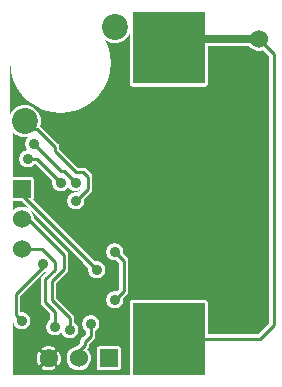
<source format=gtl>
G04 start of page 2 for group 0 idx 0 *
G04 Title: (unknown), component *
G04 Creator: pcb 20091103 *
G04 CreationDate: Wed May  9 21:08:20 2012 UTC *
G04 For: markrages *
G04 Format: Gerber/RS-274X *
G04 PCB-Dimensions: 315000 325000 *
G04 PCB-Coordinate-Origin: lower left *
%MOIN*%
%FSLAX25Y25*%
%LNFRONT*%
%ADD11C,0.0200*%
%ADD12C,0.0100*%
%ADD13C,0.0250*%
%ADD14C,0.0866*%
%ADD15C,0.0600*%
%ADD16C,0.0360*%
%ADD17C,0.0394*%
%ADD18C,0.0380*%
%ADD19C,0.0350*%
%ADD20C,0.1270*%
%ADD21C,0.3150*%
G54D11*G36*
X114972Y122868D02*X115450Y122390D01*
Y120380D01*
X115168Y120183D01*
X114972Y119987D01*
Y122868D01*
G37*
G36*
X125000Y139000D02*Y112194D01*
X124293Y111487D01*
X123615Y111306D01*
X122975Y111007D01*
X122397Y110602D01*
X121898Y110103D01*
X121493Y109525D01*
X121194Y108885D01*
X121012Y108203D01*
X120950Y107500D01*
X121012Y106797D01*
X121194Y106115D01*
X121493Y105475D01*
X121898Y104897D01*
X122397Y104398D01*
X122975Y103993D01*
X123615Y103694D01*
X124297Y103512D01*
X125000Y103450D01*
Y102000D01*
X118317D01*
Y105408D01*
X118346Y105417D01*
X118426Y105460D01*
X118498Y105516D01*
X118560Y105584D01*
X118608Y105662D01*
X118755Y105983D01*
X118873Y106316D01*
X118961Y106658D01*
X119019Y107007D01*
X119047Y107359D01*
X119044Y107712D01*
X119010Y108064D01*
X118946Y108412D01*
X118851Y108752D01*
X118728Y109083D01*
X118575Y109402D01*
X118576Y109401D01*
X118526Y109478D01*
X118464Y109545D01*
X118391Y109600D01*
X118317Y109638D01*
Y115482D01*
X118425Y115532D01*
X118832Y115817D01*
X119183Y116168D01*
X119256Y116272D01*
X119322Y116025D01*
X119532Y115575D01*
X119817Y115168D01*
X120168Y114817D01*
X120575Y114532D01*
X121025Y114322D01*
X121505Y114193D01*
X122000Y114150D01*
X122495Y114193D01*
X122975Y114322D01*
X123425Y114532D01*
X123832Y114817D01*
X124183Y115168D01*
X124468Y115575D01*
X124678Y116025D01*
X124807Y116505D01*
X124850Y117000D01*
X124807Y117495D01*
X124678Y117975D01*
X124468Y118425D01*
X124183Y118832D01*
X123832Y119183D01*
X123550Y119380D01*
Y120863D01*
X123545Y120920D01*
Y120999D01*
X123531Y121081D01*
X123526Y121132D01*
X123513Y121180D01*
X123498Y121265D01*
X123472Y121335D01*
X123457Y121393D01*
X123430Y121451D01*
X123405Y121519D01*
X123367Y121585D01*
X123342Y121638D01*
X123310Y121683D01*
X123270Y121753D01*
X123218Y121815D01*
X123187Y121859D01*
X123149Y121897D01*
X123096Y121960D01*
X118317Y126739D01*
Y133295D01*
X121096Y136074D01*
X121097Y136073D01*
X121155Y136142D01*
X121187Y136174D01*
X121213Y136211D01*
X121271Y136280D01*
X121315Y136357D01*
X121342Y136395D01*
X121362Y136438D01*
X121406Y136514D01*
X121436Y136595D01*
X121457Y136640D01*
X121470Y136688D01*
X121499Y136768D01*
X121514Y136854D01*
X121526Y136901D01*
X121530Y136950D01*
X121545Y137035D01*
Y137115D01*
X121550Y137170D01*
Y139000D01*
X125000D01*
G37*
G36*
X118317Y126739D02*X117507Y127549D01*
Y132485D01*
X118317Y133295D01*
Y126739D01*
G37*
G36*
Y102000D02*X114972D01*
Y103454D01*
X115211Y103456D01*
X115563Y103490D01*
X115911Y103554D01*
X116251Y103649D01*
X116582Y103772D01*
X116901Y103925D01*
X116900Y103924D01*
X116977Y103974D01*
X117044Y104036D01*
X117099Y104109D01*
X117141Y104191D01*
X117168Y104278D01*
X117179Y104369D01*
X117174Y104460D01*
X117154Y104550D01*
X117118Y104634D01*
X117068Y104711D01*
X117006Y104778D01*
X116933Y104833D01*
X116851Y104875D01*
X116764Y104902D01*
X116673Y104913D01*
X116582Y104908D01*
X116492Y104888D01*
X116408Y104852D01*
X116172Y104739D01*
X115927Y104647D01*
X115674Y104577D01*
X115417Y104530D01*
X115157Y104505D01*
X114972Y104503D01*
Y110497D01*
X115104Y110499D01*
X115365Y110478D01*
X115623Y110435D01*
X115877Y110369D01*
X116123Y110282D01*
X116361Y110174D01*
X116362Y110173D01*
X116447Y110139D01*
X116536Y110120D01*
X116628Y110117D01*
X116719Y110130D01*
X116806Y110158D01*
X116886Y110201D01*
X116958Y110257D01*
X117020Y110325D01*
X117068Y110403D01*
X117102Y110488D01*
X117121Y110577D01*
X117124Y110669D01*
X117111Y110760D01*
X117083Y110847D01*
X117040Y110927D01*
X116984Y110999D01*
X116916Y111061D01*
X116838Y111109D01*
X116517Y111256D01*
X116184Y111374D01*
X115842Y111462D01*
X115493Y111520D01*
X115141Y111548D01*
X114972Y111547D01*
Y116013D01*
X115168Y115817D01*
X115575Y115532D01*
X116025Y115322D01*
X116505Y115193D01*
X117000Y115150D01*
X117495Y115193D01*
X117975Y115322D01*
X118317Y115482D01*
Y109638D01*
X118309Y109642D01*
X118222Y109669D01*
X118131Y109680D01*
X118040Y109675D01*
X117950Y109655D01*
X117866Y109619D01*
X117789Y109569D01*
X117722Y109507D01*
X117667Y109434D01*
X117625Y109352D01*
X117598Y109265D01*
X117587Y109174D01*
X117592Y109083D01*
X117612Y108993D01*
X117648Y108909D01*
X117761Y108673D01*
X117853Y108428D01*
X117923Y108175D01*
X117970Y107918D01*
X117995Y107658D01*
X117998Y107396D01*
X117977Y107135D01*
X117934Y106877D01*
X117868Y106623D01*
X117781Y106377D01*
X117673Y106139D01*
X117672Y106138D01*
X117638Y106053D01*
X117619Y105964D01*
X117616Y105872D01*
X117629Y105781D01*
X117657Y105694D01*
X117700Y105614D01*
X117756Y105542D01*
X117824Y105480D01*
X117902Y105432D01*
X117987Y105398D01*
X118076Y105379D01*
X118168Y105376D01*
X118259Y105389D01*
X118317Y105408D01*
Y102000D01*
G37*
G36*
X114972D02*X111682D01*
Y105363D01*
X111690Y105359D01*
X111777Y105332D01*
X111868Y105321D01*
X111959Y105326D01*
X112049Y105346D01*
X112133Y105382D01*
X112210Y105432D01*
X112277Y105494D01*
X112332Y105567D01*
X112374Y105649D01*
X112401Y105736D01*
X112412Y105827D01*
X112407Y105918D01*
X112387Y106008D01*
X112351Y106092D01*
X112238Y106328D01*
X112146Y106573D01*
X112076Y106826D01*
X112029Y107083D01*
X112004Y107343D01*
X112001Y107605D01*
X112022Y107866D01*
X112065Y108124D01*
X112131Y108378D01*
X112218Y108624D01*
X112326Y108862D01*
X112327Y108863D01*
X112361Y108948D01*
X112380Y109037D01*
X112383Y109129D01*
X112370Y109220D01*
X112342Y109307D01*
X112299Y109387D01*
X112243Y109459D01*
X112175Y109521D01*
X112097Y109569D01*
X112012Y109603D01*
X111923Y109622D01*
X111831Y109625D01*
X111740Y109612D01*
X111682Y109593D01*
Y134490D01*
X113375Y136183D01*
X113495Y136193D01*
X113975Y136322D01*
X114262Y136456D01*
X112774Y134968D01*
X112775Y134967D01*
X112728Y134911D01*
X112684Y134867D01*
X112649Y134817D01*
X112601Y134760D01*
X112564Y134696D01*
X112529Y134646D01*
X112501Y134587D01*
X112466Y134526D01*
X112443Y134464D01*
X112414Y134401D01*
X112396Y134333D01*
X112374Y134272D01*
X112362Y134205D01*
X112345Y134140D01*
X112339Y134076D01*
X112327Y134006D01*
Y133938D01*
X112321Y133871D01*
Y126162D01*
X112326Y126106D01*
Y126028D01*
X112340Y125947D01*
X112345Y125893D01*
X112359Y125839D01*
X112373Y125761D01*
X112398Y125692D01*
X112414Y125632D01*
X112439Y125579D01*
X112465Y125507D01*
X112507Y125433D01*
X112529Y125387D01*
X112558Y125345D01*
X112600Y125273D01*
X112653Y125209D01*
X112684Y125166D01*
X112721Y125129D01*
X112774Y125066D01*
X114972Y122868D01*
Y119987D01*
X114817Y119832D01*
X114532Y119425D01*
X114322Y118975D01*
X114193Y118495D01*
X114150Y118000D01*
X114193Y117505D01*
X114322Y117025D01*
X114532Y116575D01*
X114817Y116168D01*
X114972Y116013D01*
Y111547D01*
X114788Y111545D01*
X114436Y111511D01*
X114088Y111447D01*
X113748Y111352D01*
X113417Y111229D01*
X113098Y111076D01*
X113099Y111077D01*
X113022Y111027D01*
X112955Y110965D01*
X112900Y110892D01*
X112858Y110810D01*
X112831Y110723D01*
X112820Y110632D01*
X112825Y110541D01*
X112845Y110451D01*
X112881Y110367D01*
X112931Y110290D01*
X112993Y110223D01*
X113066Y110168D01*
X113148Y110126D01*
X113235Y110099D01*
X113326Y110088D01*
X113417Y110093D01*
X113507Y110113D01*
X113591Y110149D01*
X113827Y110262D01*
X114072Y110354D01*
X114325Y110424D01*
X114582Y110471D01*
X114842Y110496D01*
X114972Y110497D01*
Y104503D01*
X114895Y104502D01*
X114634Y104523D01*
X114376Y104566D01*
X114122Y104632D01*
X113876Y104719D01*
X113638Y104827D01*
X113637Y104828D01*
X113552Y104862D01*
X113463Y104881D01*
X113371Y104884D01*
X113280Y104871D01*
X113193Y104843D01*
X113113Y104800D01*
X113041Y104744D01*
X112979Y104676D01*
X112931Y104598D01*
X112897Y104513D01*
X112878Y104424D01*
X112875Y104332D01*
X112888Y104241D01*
X112916Y104154D01*
X112959Y104074D01*
X113015Y104002D01*
X113083Y103940D01*
X113161Y103892D01*
X113482Y103745D01*
X113815Y103627D01*
X114157Y103539D01*
X114506Y103481D01*
X114858Y103453D01*
X114972Y103454D01*
Y102000D01*
G37*
G36*
X111682D02*X103000D01*
Y120807D01*
X103218Y120589D01*
X103193Y120495D01*
X103150Y120000D01*
X103193Y119505D01*
X103322Y119025D01*
X103532Y118575D01*
X103817Y118168D01*
X104168Y117817D01*
X104575Y117532D01*
X105025Y117322D01*
X105505Y117193D01*
X106000Y117150D01*
X106495Y117193D01*
X106975Y117322D01*
X107425Y117532D01*
X107832Y117817D01*
X108183Y118168D01*
X108468Y118575D01*
X108678Y119025D01*
X108807Y119505D01*
X108850Y120000D01*
X108807Y120495D01*
X108678Y120975D01*
X108468Y121425D01*
X108183Y121832D01*
X107832Y122183D01*
X107425Y122468D01*
X106975Y122678D01*
X106495Y122807D01*
X106000Y122850D01*
X105550Y122811D01*
Y128358D01*
X111682Y134490D01*
Y109593D01*
X111653Y109584D01*
X111573Y109541D01*
X111501Y109485D01*
X111439Y109417D01*
X111391Y109339D01*
X111244Y109018D01*
X111126Y108685D01*
X111038Y108343D01*
X110980Y107994D01*
X110952Y107642D01*
X110955Y107289D01*
X110989Y106937D01*
X111053Y106589D01*
X111148Y106249D01*
X111271Y105918D01*
X111424Y105599D01*
X111423Y105600D01*
X111473Y105523D01*
X111535Y105456D01*
X111608Y105401D01*
X111682Y105363D01*
Y102000D01*
G37*
G36*
X155000Y198044D02*X166949D01*
X167131Y198060D01*
X167308Y198107D01*
X167474Y198185D01*
X167624Y198290D01*
X167753Y198419D01*
X167858Y198569D01*
X167936Y198735D01*
X167983Y198912D01*
X167999Y199094D01*
Y211700D01*
X181686D01*
X181898Y211397D01*
X182397Y210898D01*
X182975Y210493D01*
X183615Y210194D01*
X184297Y210012D01*
X185000Y209950D01*
X185703Y210012D01*
X186385Y210194D01*
X186540Y210267D01*
X188588Y208219D01*
Y119326D01*
X184769Y115507D01*
X167999D01*
Y125906D01*
X167983Y126088D01*
X167936Y126265D01*
X167858Y126431D01*
X167753Y126581D01*
X167624Y126710D01*
X167474Y126815D01*
X167308Y126893D01*
X167131Y126940D01*
X166949Y126956D01*
X155000D01*
Y149501D01*
X166949D01*
X167131Y149517D01*
X167308Y149564D01*
X167474Y149642D01*
X167624Y149747D01*
X167753Y149876D01*
X167858Y150026D01*
X167936Y150192D01*
X167983Y150369D01*
X167999Y150551D01*
Y174449D01*
X167983Y174631D01*
X167936Y174808D01*
X167858Y174974D01*
X167753Y175124D01*
X167624Y175253D01*
X167474Y175358D01*
X167308Y175436D01*
X167131Y175483D01*
X166949Y175499D01*
X155000D01*
Y198044D01*
G37*
G36*
X114972Y122868D02*X115450Y122390D01*
Y120380D01*
X115168Y120183D01*
X114972Y119987D01*
Y122868D01*
G37*
G36*
X135000Y140985D02*X135168Y140817D01*
X135575Y140532D01*
X136025Y140322D01*
X136505Y140193D01*
X137000Y140150D01*
X137495Y140193D01*
X137589Y140218D01*
X138450Y139357D01*
Y130644D01*
X137588Y129782D01*
X137495Y129807D01*
X137000Y129850D01*
X136505Y129807D01*
X136025Y129678D01*
X135575Y129468D01*
X135168Y129183D01*
X135000Y129015D01*
Y140985D01*
G37*
G36*
X142001Y103000D02*X135000D01*
Y103450D01*
X138000D01*
X138182Y103466D01*
X138359Y103513D01*
X138525Y103591D01*
X138675Y103696D01*
X138804Y103825D01*
X138909Y103975D01*
X138987Y104141D01*
X139034Y104318D01*
X139050Y104500D01*
Y110500D01*
X139034Y110682D01*
X138987Y110859D01*
X138909Y111025D01*
X138804Y111175D01*
X138675Y111304D01*
X138525Y111409D01*
X138359Y111487D01*
X138182Y111534D01*
X138000Y111550D01*
X135000D01*
Y124985D01*
X135168Y124817D01*
X135575Y124532D01*
X136025Y124322D01*
X136505Y124193D01*
X137000Y124150D01*
X137495Y124193D01*
X137975Y124322D01*
X138425Y124532D01*
X138832Y124817D01*
X139183Y125168D01*
X139468Y125575D01*
X139678Y126025D01*
X139807Y126505D01*
X139850Y127000D01*
X139807Y127495D01*
X139782Y127590D01*
X141096Y128904D01*
X141097Y128903D01*
X141155Y128972D01*
X141187Y129004D01*
X141213Y129041D01*
X141271Y129110D01*
X141316Y129188D01*
X141342Y129225D01*
X141362Y129268D01*
X141406Y129344D01*
X141435Y129423D01*
X141457Y129470D01*
X141469Y129517D01*
X141499Y129598D01*
X141514Y129687D01*
X141526Y129731D01*
X141531Y129782D01*
X141545Y129865D01*
Y129944D01*
X141550Y130000D01*
Y140000D01*
X141545Y140057D01*
Y140136D01*
X141531Y140218D01*
X141526Y140269D01*
X141513Y140317D01*
X141498Y140402D01*
X141472Y140472D01*
X141457Y140530D01*
X141430Y140588D01*
X141405Y140656D01*
X141367Y140722D01*
X141342Y140775D01*
X141310Y140820D01*
X141270Y140890D01*
X141218Y140952D01*
X141187Y140996D01*
X141149Y141034D01*
X141096Y141097D01*
X139782Y142411D01*
X139807Y142505D01*
X139850Y143000D01*
X139807Y143495D01*
X139678Y143975D01*
X139468Y144425D01*
X139183Y144832D01*
X138832Y145183D01*
X138425Y145468D01*
X137975Y145678D01*
X137495Y145807D01*
X137000Y145850D01*
X136505Y145807D01*
X136025Y145678D01*
X135575Y145468D01*
X135168Y145183D01*
X135000Y145015D01*
Y201049D01*
X135545Y203083D01*
X135800Y206000D01*
X135545Y208917D01*
X135000Y210951D01*
Y213018D01*
X135160Y212944D01*
X136066Y212701D01*
X137000Y212619D01*
X137934Y212701D01*
X138840Y212944D01*
X139691Y213340D01*
X140459Y213878D01*
X141122Y214541D01*
X141660Y215309D01*
X142001Y216042D01*
Y199094D01*
X142017Y198912D01*
X142064Y198735D01*
X142142Y198569D01*
X142247Y198419D01*
X142376Y198290D01*
X142526Y198185D01*
X142692Y198107D01*
X142869Y198060D01*
X143051Y198044D01*
X155000D01*
Y175499D01*
X143051D01*
X142869Y175483D01*
X142692Y175436D01*
X142526Y175358D01*
X142376Y175253D01*
X142247Y175124D01*
X142142Y174974D01*
X142064Y174808D01*
X142017Y174631D01*
X142001Y174449D01*
Y150551D01*
X142017Y150369D01*
X142064Y150192D01*
X142142Y150026D01*
X142247Y149876D01*
X142376Y149747D01*
X142526Y149642D01*
X142692Y149564D01*
X142869Y149517D01*
X143051Y149501D01*
X155000D01*
Y126956D01*
X143051D01*
X142869Y126940D01*
X142692Y126893D01*
X142526Y126815D01*
X142376Y126710D01*
X142247Y126581D01*
X142142Y126431D01*
X142064Y126265D01*
X142017Y126088D01*
X142001Y125906D01*
Y103000D01*
G37*
G36*
X135000Y210951D02*X134787Y211746D01*
X133915Y213616D01*
X134309Y213340D01*
X135000Y213018D01*
Y210951D01*
G37*
G36*
X126400Y117858D02*X126532Y117575D01*
X126817Y117168D01*
X127168Y116817D01*
X127450Y116620D01*
Y115644D01*
X126400Y114594D01*
Y117858D01*
G37*
G36*
X135000Y103000D02*X126400D01*
Y103701D01*
X127025Y103993D01*
X127603Y104398D01*
X128102Y104897D01*
X128507Y105475D01*
X128806Y106115D01*
X128988Y106797D01*
X129050Y107500D01*
X128988Y108203D01*
X128806Y108885D01*
X128507Y109525D01*
X128102Y110103D01*
X127698Y110507D01*
X128096Y110904D01*
X128097Y110903D01*
X128155Y110972D01*
X128187Y111004D01*
X128213Y111041D01*
X128271Y111110D01*
X128315Y111187D01*
X128342Y111225D01*
X128362Y111268D01*
X128406Y111344D01*
X128436Y111425D01*
X128457Y111470D01*
X128470Y111518D01*
X128499Y111598D01*
X128514Y111684D01*
X128526Y111731D01*
X128530Y111780D01*
X128545Y111865D01*
Y111945D01*
X128550Y112000D01*
Y112358D01*
X130096Y113904D01*
X130097Y113903D01*
X130155Y113972D01*
X130187Y114004D01*
X130213Y114041D01*
X130271Y114110D01*
X130316Y114188D01*
X130342Y114225D01*
X130362Y114268D01*
X130406Y114344D01*
X130435Y114423D01*
X130457Y114470D01*
X130469Y114517D01*
X130499Y114598D01*
X130514Y114687D01*
X130526Y114731D01*
X130531Y114782D01*
X130545Y114865D01*
Y114944D01*
X130550Y115000D01*
Y116620D01*
X130832Y116817D01*
X131183Y117168D01*
X131468Y117575D01*
X131678Y118025D01*
X131807Y118505D01*
X131850Y119000D01*
X131807Y119495D01*
X131678Y119975D01*
X131468Y120425D01*
X131183Y120832D01*
X130832Y121183D01*
X130425Y121468D01*
X129975Y121678D01*
X129495Y121807D01*
X129000Y121850D01*
X128505Y121807D01*
X128025Y121678D01*
X127575Y121468D01*
X127168Y121183D01*
X126817Y120832D01*
X126532Y120425D01*
X126400Y120142D01*
Y139407D01*
X128218Y137589D01*
X128193Y137495D01*
X128150Y137000D01*
X128193Y136505D01*
X128322Y136025D01*
X128532Y135575D01*
X128817Y135168D01*
X129168Y134817D01*
X129575Y134532D01*
X130025Y134322D01*
X130505Y134193D01*
X131000Y134150D01*
X131495Y134193D01*
X131975Y134322D01*
X132425Y134532D01*
X132832Y134817D01*
X133183Y135168D01*
X133468Y135575D01*
X133678Y136025D01*
X133807Y136505D01*
X133850Y137000D01*
X133807Y137495D01*
X133678Y137975D01*
X133468Y138425D01*
X133183Y138832D01*
X132832Y139183D01*
X132425Y139468D01*
X131975Y139678D01*
X131495Y139807D01*
X131000Y139850D01*
X130505Y139807D01*
X130411Y139782D01*
X126400Y143793D01*
Y158478D01*
X126468Y158575D01*
X126678Y159025D01*
X126807Y159505D01*
X126850Y160000D01*
X126807Y160495D01*
X126782Y160590D01*
X129096Y162904D01*
X129097Y162903D01*
X129155Y162972D01*
X129187Y163004D01*
X129213Y163041D01*
X129271Y163110D01*
X129316Y163188D01*
X129342Y163225D01*
X129362Y163268D01*
X129406Y163344D01*
X129435Y163423D01*
X129457Y163470D01*
X129469Y163517D01*
X129499Y163598D01*
X129514Y163687D01*
X129526Y163731D01*
X129531Y163782D01*
X129545Y163865D01*
Y163944D01*
X129550Y164000D01*
Y168000D01*
X129545Y168056D01*
Y168136D01*
X129531Y168215D01*
X129526Y168269D01*
X129512Y168320D01*
X129498Y168402D01*
X129472Y168473D01*
X129457Y168530D01*
X129430Y168587D01*
X129405Y168656D01*
X129367Y168722D01*
X129342Y168775D01*
X129310Y168820D01*
X129270Y168890D01*
X129217Y168953D01*
X129187Y168996D01*
X129149Y169034D01*
X129096Y169097D01*
X127596Y170597D01*
X127533Y170650D01*
X127495Y170688D01*
X127452Y170718D01*
X127389Y170771D01*
X127319Y170811D01*
X127274Y170843D01*
X127221Y170868D01*
X127155Y170906D01*
X127086Y170931D01*
X127029Y170958D01*
X126972Y170973D01*
X126901Y170999D01*
X126819Y171013D01*
X126768Y171027D01*
X126714Y171032D01*
X126635Y171046D01*
X126555D01*
X126499Y171051D01*
X126400D01*
Y190985D01*
X127400Y191451D01*
X129799Y193130D01*
X131870Y195201D01*
X133549Y197600D01*
X134787Y200254D01*
X135000Y201049D01*
Y145015D01*
X134817Y144832D01*
X134532Y144425D01*
X134322Y143975D01*
X134193Y143495D01*
X134150Y143000D01*
X134193Y142505D01*
X134322Y142025D01*
X134532Y141575D01*
X134817Y141168D01*
X135000Y140985D01*
Y129015D01*
X134817Y128832D01*
X134532Y128425D01*
X134322Y127975D01*
X134193Y127495D01*
X134150Y127000D01*
X134193Y126505D01*
X134322Y126025D01*
X134532Y125575D01*
X134817Y125168D01*
X135000Y124985D01*
Y111550D01*
X132000D01*
X131818Y111534D01*
X131641Y111487D01*
X131475Y111409D01*
X131325Y111304D01*
X131196Y111175D01*
X131091Y111025D01*
X131013Y110859D01*
X130966Y110682D01*
X130950Y110500D01*
Y104500D01*
X130966Y104318D01*
X131013Y104141D01*
X131091Y103975D01*
X131196Y103825D01*
X131325Y103696D01*
X131475Y103591D01*
X131641Y103513D01*
X131818Y103466D01*
X132000Y103450D01*
X135000D01*
Y103000D01*
G37*
G36*
X126400Y171051D02*X124571D01*
X118500Y177122D01*
Y178000D01*
X118494Y178068D01*
Y178131D01*
X118483Y178193D01*
X118477Y178260D01*
X118459Y178329D01*
X118448Y178389D01*
X118429Y178441D01*
X118410Y178513D01*
X118378Y178580D01*
X118359Y178634D01*
X118329Y178686D01*
X118317Y178712D01*
Y189260D01*
X119000Y189200D01*
X121917Y189455D01*
X124746Y190213D01*
X126400Y190985D01*
Y171051D01*
G37*
G36*
Y143793D02*X118317Y151876D01*
Y163244D01*
X118505Y163193D01*
X119000Y163150D01*
X119495Y163193D01*
X119975Y163322D01*
X120425Y163532D01*
X120832Y163817D01*
X121183Y164168D01*
X121468Y164575D01*
X121500Y164644D01*
X121532Y164575D01*
X121817Y164168D01*
X122168Y163817D01*
X122575Y163532D01*
X123025Y163322D01*
X123505Y163193D01*
X124000Y163150D01*
X124495Y163193D01*
X124975Y163322D01*
X125262Y163456D01*
X124588Y162782D01*
X124495Y162807D01*
X124000Y162850D01*
X123505Y162807D01*
X123025Y162678D01*
X122575Y162468D01*
X122168Y162183D01*
X121817Y161832D01*
X121532Y161425D01*
X121322Y160975D01*
X121193Y160495D01*
X121150Y160000D01*
X121193Y159505D01*
X121322Y159025D01*
X121532Y158575D01*
X121817Y158168D01*
X122168Y157817D01*
X122575Y157532D01*
X123025Y157322D01*
X123505Y157193D01*
X124000Y157150D01*
X124495Y157193D01*
X124975Y157322D01*
X125425Y157532D01*
X125832Y157817D01*
X126183Y158168D01*
X126400Y158478D01*
Y143793D01*
G37*
G36*
Y103000D02*X118317D01*
Y105408D01*
X118346Y105417D01*
X118426Y105460D01*
X118498Y105516D01*
X118560Y105584D01*
X118608Y105662D01*
X118755Y105983D01*
X118873Y106316D01*
X118961Y106658D01*
X119019Y107007D01*
X119047Y107359D01*
X119044Y107712D01*
X119010Y108064D01*
X118946Y108412D01*
X118851Y108752D01*
X118728Y109083D01*
X118575Y109402D01*
X118576Y109401D01*
X118526Y109478D01*
X118464Y109545D01*
X118391Y109600D01*
X118317Y109638D01*
Y115482D01*
X118425Y115532D01*
X118832Y115817D01*
X119183Y116168D01*
X119256Y116272D01*
X119322Y116025D01*
X119532Y115575D01*
X119817Y115168D01*
X120168Y114817D01*
X120575Y114532D01*
X121025Y114322D01*
X121505Y114193D01*
X122000Y114150D01*
X122495Y114193D01*
X122975Y114322D01*
X123425Y114532D01*
X123832Y114817D01*
X124183Y115168D01*
X124468Y115575D01*
X124678Y116025D01*
X124807Y116505D01*
X124850Y117000D01*
X124807Y117495D01*
X124678Y117975D01*
X124468Y118425D01*
X124183Y118832D01*
X123832Y119183D01*
X123550Y119380D01*
Y120863D01*
X123545Y120920D01*
Y120999D01*
X123531Y121081D01*
X123526Y121132D01*
X123513Y121180D01*
X123498Y121265D01*
X123472Y121335D01*
X123457Y121393D01*
X123430Y121451D01*
X123405Y121519D01*
X123367Y121585D01*
X123342Y121638D01*
X123310Y121683D01*
X123270Y121753D01*
X123218Y121815D01*
X123187Y121859D01*
X123149Y121897D01*
X123096Y121960D01*
X118317Y126739D01*
Y133295D01*
X121096Y136074D01*
X121097Y136073D01*
X121155Y136142D01*
X121187Y136174D01*
X121213Y136211D01*
X121271Y136280D01*
X121315Y136357D01*
X121342Y136395D01*
X121362Y136438D01*
X121406Y136514D01*
X121436Y136595D01*
X121457Y136640D01*
X121470Y136688D01*
X121499Y136768D01*
X121514Y136854D01*
X121526Y136901D01*
X121530Y136950D01*
X121545Y137035D01*
Y137115D01*
X121550Y137170D01*
Y142000D01*
X121545Y142056D01*
Y142136D01*
X121531Y142215D01*
X121526Y142269D01*
X121512Y142320D01*
X121498Y142402D01*
X121471Y142475D01*
X121457Y142530D01*
X121431Y142586D01*
X121405Y142656D01*
X121366Y142723D01*
X121342Y142775D01*
X121310Y142821D01*
X121270Y142890D01*
X121218Y142952D01*
X121187Y142996D01*
X121149Y143034D01*
X121096Y143097D01*
X118317Y145876D01*
Y147490D01*
X126400Y139407D01*
Y120142D01*
X126322Y119975D01*
X126193Y119495D01*
X126150Y119000D01*
X126193Y118505D01*
X126322Y118025D01*
X126400Y117858D01*
Y114594D01*
X125903Y114097D01*
X125904Y114096D01*
X125857Y114040D01*
X125813Y113996D01*
X125778Y113946D01*
X125730Y113889D01*
X125694Y113826D01*
X125658Y113775D01*
X125631Y113717D01*
X125595Y113655D01*
X125573Y113593D01*
X125543Y113530D01*
X125525Y113461D01*
X125503Y113401D01*
X125491Y113332D01*
X125474Y113269D01*
X125468Y113204D01*
X125456Y113135D01*
Y113068D01*
X125450Y113000D01*
Y112644D01*
X124293Y111487D01*
X123615Y111306D01*
X122975Y111007D01*
X122397Y110602D01*
X121898Y110103D01*
X121493Y109525D01*
X121194Y108885D01*
X121012Y108203D01*
X120950Y107500D01*
X121012Y106797D01*
X121194Y106115D01*
X121493Y105475D01*
X121898Y104897D01*
X122397Y104398D01*
X122975Y103993D01*
X123615Y103694D01*
X124297Y103512D01*
X125000Y103450D01*
X125703Y103512D01*
X126385Y103694D01*
X126400Y103701D01*
Y103000D01*
G37*
G36*
X118317Y178712D02*X118299Y178750D01*
X118259Y178806D01*
X118228Y178861D01*
X118187Y178910D01*
X118149Y178964D01*
X118102Y179011D01*
X118060Y179061D01*
X114972Y182149D01*
Y189753D01*
X116083Y189455D01*
X118317Y189260D01*
Y178712D01*
G37*
G36*
Y151876D02*X114972Y155221D01*
Y167835D01*
X116218Y166589D01*
X116193Y166495D01*
X116150Y166000D01*
X116193Y165505D01*
X116322Y165025D01*
X116532Y164575D01*
X116817Y164168D01*
X117168Y163817D01*
X117575Y163532D01*
X118025Y163322D01*
X118317Y163244D01*
Y151876D01*
G37*
G36*
Y145876D02*X114972Y149221D01*
Y150835D01*
X118317Y147490D01*
Y145876D01*
G37*
G36*
Y126739D02*X117507Y127549D01*
Y132485D01*
X118317Y133295D01*
Y126739D01*
G37*
G36*
Y103000D02*X114972D01*
Y103454D01*
X115211Y103456D01*
X115563Y103490D01*
X115911Y103554D01*
X116251Y103649D01*
X116582Y103772D01*
X116901Y103925D01*
X116900Y103924D01*
X116977Y103974D01*
X117044Y104036D01*
X117099Y104109D01*
X117141Y104191D01*
X117168Y104278D01*
X117179Y104369D01*
X117174Y104460D01*
X117154Y104550D01*
X117118Y104634D01*
X117068Y104711D01*
X117006Y104778D01*
X116933Y104833D01*
X116851Y104875D01*
X116764Y104902D01*
X116673Y104913D01*
X116582Y104908D01*
X116492Y104888D01*
X116408Y104852D01*
X116172Y104739D01*
X115927Y104647D01*
X115674Y104577D01*
X115417Y104530D01*
X115157Y104505D01*
X114972Y104503D01*
Y110497D01*
X115104Y110499D01*
X115365Y110478D01*
X115623Y110435D01*
X115877Y110369D01*
X116123Y110282D01*
X116361Y110174D01*
X116362Y110173D01*
X116447Y110139D01*
X116536Y110120D01*
X116628Y110117D01*
X116719Y110130D01*
X116806Y110158D01*
X116886Y110201D01*
X116958Y110257D01*
X117020Y110325D01*
X117068Y110403D01*
X117102Y110488D01*
X117121Y110577D01*
X117124Y110669D01*
X117111Y110760D01*
X117083Y110847D01*
X117040Y110927D01*
X116984Y110999D01*
X116916Y111061D01*
X116838Y111109D01*
X116517Y111256D01*
X116184Y111374D01*
X115842Y111462D01*
X115493Y111520D01*
X115141Y111548D01*
X114972Y111547D01*
Y116013D01*
X115168Y115817D01*
X115575Y115532D01*
X116025Y115322D01*
X116505Y115193D01*
X117000Y115150D01*
X117495Y115193D01*
X117975Y115322D01*
X118317Y115482D01*
Y109638D01*
X118309Y109642D01*
X118222Y109669D01*
X118131Y109680D01*
X118040Y109675D01*
X117950Y109655D01*
X117866Y109619D01*
X117789Y109569D01*
X117722Y109507D01*
X117667Y109434D01*
X117625Y109352D01*
X117598Y109265D01*
X117587Y109174D01*
X117592Y109083D01*
X117612Y108993D01*
X117648Y108909D01*
X117761Y108673D01*
X117853Y108428D01*
X117923Y108175D01*
X117970Y107918D01*
X117995Y107658D01*
X117998Y107396D01*
X117977Y107135D01*
X117934Y106877D01*
X117868Y106623D01*
X117781Y106377D01*
X117673Y106139D01*
X117672Y106138D01*
X117638Y106053D01*
X117619Y105964D01*
X117616Y105872D01*
X117629Y105781D01*
X117657Y105694D01*
X117700Y105614D01*
X117756Y105542D01*
X117824Y105480D01*
X117902Y105432D01*
X117987Y105398D01*
X118076Y105379D01*
X118168Y105376D01*
X118259Y105389D01*
X118317Y105408D01*
Y103000D01*
G37*
G36*
X114972Y182149D02*X112141Y184980D01*
X112299Y185567D01*
X112381Y186501D01*
X112299Y187435D01*
X112056Y188341D01*
X111682Y189145D01*
Y190946D01*
X113254Y190213D01*
X114972Y189753D01*
Y182149D01*
G37*
G36*
Y155221D02*X111682Y158511D01*
Y171125D01*
X114972Y167835D01*
Y155221D01*
G37*
G36*
Y149221D02*X111682Y152511D01*
Y154125D01*
X114972Y150835D01*
Y149221D01*
G37*
G36*
Y103000D02*X111682D01*
Y105363D01*
X111690Y105359D01*
X111777Y105332D01*
X111868Y105321D01*
X111959Y105326D01*
X112049Y105346D01*
X112133Y105382D01*
X112210Y105432D01*
X112277Y105494D01*
X112332Y105567D01*
X112374Y105649D01*
X112401Y105736D01*
X112412Y105827D01*
X112407Y105918D01*
X112387Y106008D01*
X112351Y106092D01*
X112238Y106328D01*
X112146Y106573D01*
X112076Y106826D01*
X112029Y107083D01*
X112004Y107343D01*
X112001Y107605D01*
X112022Y107866D01*
X112065Y108124D01*
X112131Y108378D01*
X112218Y108624D01*
X112326Y108862D01*
X112327Y108863D01*
X112361Y108948D01*
X112380Y109037D01*
X112383Y109129D01*
X112370Y109220D01*
X112342Y109307D01*
X112299Y109387D01*
X112243Y109459D01*
X112175Y109521D01*
X112097Y109569D01*
X112012Y109603D01*
X111923Y109622D01*
X111831Y109625D01*
X111740Y109612D01*
X111682Y109593D01*
Y134490D01*
X113375Y136183D01*
X113495Y136193D01*
X113975Y136322D01*
X114262Y136456D01*
X112774Y134968D01*
X112775Y134967D01*
X112728Y134911D01*
X112684Y134867D01*
X112649Y134817D01*
X112601Y134760D01*
X112564Y134696D01*
X112529Y134646D01*
X112501Y134587D01*
X112466Y134526D01*
X112443Y134464D01*
X112414Y134401D01*
X112396Y134333D01*
X112374Y134272D01*
X112362Y134205D01*
X112345Y134140D01*
X112339Y134076D01*
X112327Y134006D01*
Y133938D01*
X112321Y133871D01*
Y126162D01*
X112326Y126106D01*
Y126028D01*
X112340Y125947D01*
X112345Y125893D01*
X112359Y125839D01*
X112373Y125761D01*
X112398Y125692D01*
X112414Y125632D01*
X112439Y125579D01*
X112465Y125507D01*
X112507Y125434D01*
X112529Y125387D01*
X112558Y125345D01*
X112600Y125273D01*
X112654Y125209D01*
X112684Y125166D01*
X112721Y125129D01*
X112774Y125066D01*
X114972Y122868D01*
Y119987D01*
X114817Y119832D01*
X114532Y119425D01*
X114322Y118975D01*
X114193Y118495D01*
X114150Y118000D01*
X114193Y117505D01*
X114322Y117025D01*
X114532Y116575D01*
X114817Y116168D01*
X114972Y116013D01*
Y111547D01*
X114788Y111545D01*
X114436Y111511D01*
X114088Y111447D01*
X113748Y111352D01*
X113417Y111229D01*
X113098Y111076D01*
X113099Y111077D01*
X113022Y111027D01*
X112955Y110965D01*
X112900Y110892D01*
X112858Y110810D01*
X112831Y110723D01*
X112820Y110632D01*
X112825Y110541D01*
X112845Y110451D01*
X112881Y110367D01*
X112931Y110290D01*
X112993Y110223D01*
X113066Y110168D01*
X113148Y110126D01*
X113235Y110099D01*
X113326Y110088D01*
X113417Y110093D01*
X113507Y110113D01*
X113591Y110149D01*
X113827Y110262D01*
X114072Y110354D01*
X114325Y110424D01*
X114582Y110471D01*
X114842Y110496D01*
X114972Y110497D01*
Y104503D01*
X114895Y104502D01*
X114634Y104523D01*
X114376Y104566D01*
X114122Y104632D01*
X113876Y104719D01*
X113638Y104827D01*
X113637Y104828D01*
X113552Y104862D01*
X113463Y104881D01*
X113371Y104884D01*
X113280Y104871D01*
X113193Y104843D01*
X113113Y104800D01*
X113041Y104744D01*
X112979Y104676D01*
X112931Y104598D01*
X112897Y104513D01*
X112878Y104424D01*
X112875Y104332D01*
X112888Y104241D01*
X112916Y104154D01*
X112959Y104074D01*
X113015Y104002D01*
X113083Y103940D01*
X113161Y103892D01*
X113482Y103745D01*
X113815Y103627D01*
X114157Y103539D01*
X114506Y103481D01*
X114858Y103453D01*
X114972Y103454D01*
Y103000D01*
G37*
G36*
X111682Y189145D02*X111660Y189192D01*
X111122Y189960D01*
X110459Y190623D01*
X109691Y191161D01*
X108840Y191557D01*
X107934Y191800D01*
X107000Y191882D01*
X106066Y191800D01*
X105160Y191557D01*
X104309Y191161D01*
X103541Y190623D01*
X103000Y190082D01*
Y201049D01*
X103213Y200254D01*
X104451Y197600D01*
X106130Y195201D01*
X108201Y193130D01*
X110600Y191451D01*
X111682Y190946D01*
Y189145D01*
G37*
G36*
Y158511D02*X109830Y160363D01*
X109909Y160475D01*
X109987Y160641D01*
X110034Y160818D01*
X110050Y161000D01*
Y167000D01*
X110034Y167182D01*
X109987Y167359D01*
X109909Y167525D01*
X109804Y167675D01*
X109675Y167804D01*
X109525Y167909D01*
X109359Y167987D01*
X109182Y168034D01*
X109000Y168050D01*
X103000D01*
Y182920D01*
X103541Y182379D01*
X104309Y181841D01*
X105160Y181445D01*
X106066Y181202D01*
X107000Y181120D01*
X107934Y181202D01*
X108357Y181316D01*
X108168Y181183D01*
X107817Y180832D01*
X107532Y180425D01*
X107322Y179975D01*
X107193Y179495D01*
X107150Y179000D01*
X107193Y178505D01*
X107322Y178025D01*
X107532Y177575D01*
X107817Y177168D01*
X108148Y176837D01*
X108000Y176850D01*
X107505Y176807D01*
X107025Y176678D01*
X106575Y176468D01*
X106168Y176183D01*
X105817Y175832D01*
X105532Y175425D01*
X105322Y174975D01*
X105193Y174495D01*
X105150Y174000D01*
X105193Y173505D01*
X105322Y173025D01*
X105532Y172575D01*
X105817Y172168D01*
X106168Y171817D01*
X106575Y171532D01*
X107025Y171322D01*
X107505Y171193D01*
X108000Y171150D01*
X108495Y171193D01*
X108975Y171322D01*
X109425Y171532D01*
X109832Y171817D01*
X110183Y172168D01*
X110371Y172436D01*
X111682Y171125D01*
Y158511D01*
G37*
G36*
Y152511D02*X110036Y154157D01*
X109988Y154703D01*
X109806Y155385D01*
X109507Y156025D01*
X109102Y156603D01*
X108603Y157102D01*
X108025Y157507D01*
X107385Y157806D01*
X106703Y157988D01*
X106000Y158050D01*
X105297Y157988D01*
X104615Y157806D01*
X103975Y157507D01*
X103397Y157102D01*
X103000Y156705D01*
Y159950D01*
X105857D01*
X111682Y154125D01*
Y152511D01*
G37*
G36*
Y103000D02*X103000D01*
Y120807D01*
X103218Y120589D01*
X103193Y120495D01*
X103150Y120000D01*
X103193Y119505D01*
X103322Y119025D01*
X103532Y118575D01*
X103817Y118168D01*
X104168Y117817D01*
X104575Y117532D01*
X105025Y117322D01*
X105505Y117193D01*
X106000Y117150D01*
X106495Y117193D01*
X106975Y117322D01*
X107425Y117532D01*
X107832Y117817D01*
X108183Y118168D01*
X108468Y118575D01*
X108678Y119025D01*
X108807Y119505D01*
X108850Y120000D01*
X108807Y120495D01*
X108678Y120975D01*
X108468Y121425D01*
X108183Y121832D01*
X107832Y122183D01*
X107425Y122468D01*
X106975Y122678D01*
X106495Y122807D01*
X106000Y122850D01*
X105550Y122811D01*
Y128358D01*
X111682Y134490D01*
Y109593D01*
X111653Y109584D01*
X111573Y109541D01*
X111501Y109485D01*
X111439Y109417D01*
X111391Y109339D01*
X111244Y109018D01*
X111126Y108685D01*
X111038Y108343D01*
X110980Y107994D01*
X110952Y107642D01*
X110955Y107289D01*
X110989Y106937D01*
X111053Y106589D01*
X111148Y106249D01*
X111271Y105918D01*
X111424Y105599D01*
X111423Y105600D01*
X111473Y105523D01*
X111535Y105456D01*
X111608Y105401D01*
X111682Y105363D01*
Y103000D01*
G37*
G36*
X155000Y198044D02*X166949D01*
X167131Y198060D01*
X167308Y198107D01*
X167474Y198185D01*
X167624Y198290D01*
X167753Y198419D01*
X167858Y198569D01*
X167936Y198735D01*
X167983Y198912D01*
X167999Y199094D01*
Y211700D01*
X181686D01*
X181898Y211397D01*
X182397Y210898D01*
X182975Y210493D01*
X183615Y210194D01*
X184297Y210012D01*
X185000Y209950D01*
X185703Y210012D01*
X186385Y210194D01*
X186540Y210267D01*
X188588Y208219D01*
Y119326D01*
X184769Y115507D01*
X167999D01*
Y125906D01*
X167983Y126088D01*
X167936Y126265D01*
X167858Y126431D01*
X167753Y126581D01*
X167624Y126710D01*
X167474Y126815D01*
X167308Y126893D01*
X167131Y126940D01*
X166949Y126956D01*
X155000D01*
Y149501D01*
X166949D01*
X167131Y149517D01*
X167308Y149564D01*
X167474Y149642D01*
X167624Y149747D01*
X167753Y149876D01*
X167858Y150026D01*
X167936Y150192D01*
X167983Y150369D01*
X167999Y150551D01*
Y174449D01*
X167983Y174631D01*
X167936Y174808D01*
X167858Y174974D01*
X167753Y175124D01*
X167624Y175253D01*
X167474Y175358D01*
X167308Y175436D01*
X167131Y175483D01*
X166949Y175499D01*
X155000D01*
Y198044D01*
G37*
G36*
X114972Y122868D02*X115450Y122390D01*
Y120380D01*
X115168Y120183D01*
X114972Y119987D01*
Y122868D01*
G37*
G36*
X135000Y140985D02*X135168Y140817D01*
X135575Y140532D01*
X136025Y140322D01*
X136505Y140193D01*
X137000Y140150D01*
X137495Y140193D01*
X137589Y140218D01*
X138450Y139357D01*
Y130644D01*
X137588Y129782D01*
X137495Y129807D01*
X137000Y129850D01*
X136505Y129807D01*
X136025Y129678D01*
X135575Y129468D01*
X135168Y129183D01*
X135000Y129015D01*
Y140985D01*
G37*
G36*
X142002Y102000D02*X135000D01*
Y103450D01*
X138000D01*
X138182Y103466D01*
X138359Y103513D01*
X138525Y103591D01*
X138675Y103696D01*
X138804Y103825D01*
X138909Y103975D01*
X138987Y104141D01*
X139034Y104318D01*
X139050Y104500D01*
Y110500D01*
X139034Y110682D01*
X138987Y110859D01*
X138909Y111025D01*
X138804Y111175D01*
X138675Y111304D01*
X138525Y111409D01*
X138359Y111487D01*
X138182Y111534D01*
X138000Y111550D01*
X135000D01*
Y124985D01*
X135168Y124817D01*
X135575Y124532D01*
X136025Y124322D01*
X136505Y124193D01*
X137000Y124150D01*
X137495Y124193D01*
X137975Y124322D01*
X138425Y124532D01*
X138832Y124817D01*
X139183Y125168D01*
X139468Y125575D01*
X139678Y126025D01*
X139807Y126505D01*
X139850Y127000D01*
X139807Y127495D01*
X139782Y127590D01*
X141096Y128904D01*
X141097Y128903D01*
X141155Y128972D01*
X141187Y129004D01*
X141213Y129041D01*
X141271Y129110D01*
X141316Y129188D01*
X141342Y129225D01*
X141362Y129268D01*
X141406Y129344D01*
X141435Y129423D01*
X141457Y129470D01*
X141469Y129517D01*
X141499Y129598D01*
X141514Y129687D01*
X141526Y129731D01*
X141531Y129782D01*
X141545Y129865D01*
Y129944D01*
X141550Y130000D01*
Y140000D01*
X141545Y140057D01*
Y140136D01*
X141531Y140218D01*
X141526Y140269D01*
X141513Y140317D01*
X141498Y140402D01*
X141472Y140472D01*
X141457Y140530D01*
X141430Y140588D01*
X141405Y140656D01*
X141367Y140722D01*
X141342Y140775D01*
X141310Y140820D01*
X141270Y140890D01*
X141218Y140952D01*
X141187Y140996D01*
X141149Y141034D01*
X141096Y141097D01*
X139782Y142411D01*
X139807Y142505D01*
X139850Y143000D01*
X139807Y143495D01*
X139678Y143975D01*
X139468Y144425D01*
X139183Y144832D01*
X138832Y145183D01*
X138425Y145468D01*
X137975Y145678D01*
X137495Y145807D01*
X137000Y145850D01*
X136505Y145807D01*
X136025Y145678D01*
X135575Y145468D01*
X135168Y145183D01*
X135000Y145015D01*
Y201049D01*
X135545Y203083D01*
X135800Y206000D01*
X135545Y208917D01*
X135000Y210951D01*
Y213018D01*
X135160Y212944D01*
X136066Y212701D01*
X137000Y212619D01*
X137934Y212701D01*
X138840Y212944D01*
X139691Y213340D01*
X140459Y213878D01*
X141122Y214541D01*
X141660Y215309D01*
X142001Y216042D01*
Y199094D01*
X142017Y198912D01*
X142064Y198735D01*
X142142Y198569D01*
X142247Y198419D01*
X142376Y198290D01*
X142526Y198185D01*
X142692Y198107D01*
X142869Y198060D01*
X143051Y198044D01*
X155000D01*
Y175499D01*
X143051D01*
X142869Y175483D01*
X142692Y175436D01*
X142526Y175358D01*
X142376Y175253D01*
X142247Y175124D01*
X142142Y174974D01*
X142064Y174808D01*
X142017Y174631D01*
X142001Y174449D01*
Y150551D01*
X142017Y150369D01*
X142064Y150192D01*
X142142Y150026D01*
X142247Y149876D01*
X142376Y149747D01*
X142526Y149642D01*
X142692Y149564D01*
X142869Y149517D01*
X143051Y149501D01*
X155000D01*
Y126956D01*
X143051D01*
X142869Y126940D01*
X142692Y126893D01*
X142526Y126815D01*
X142376Y126710D01*
X142247Y126581D01*
X142142Y126431D01*
X142064Y126265D01*
X142017Y126088D01*
X142001Y125906D01*
Y102008D01*
X142002Y102000D01*
G37*
G36*
X135000Y210951D02*X134787Y211746D01*
X133915Y213616D01*
X134309Y213340D01*
X135000Y213018D01*
Y210951D01*
G37*
G36*
X126400Y117858D02*X126532Y117575D01*
X126817Y117168D01*
X127168Y116817D01*
X127450Y116620D01*
Y115644D01*
X126400Y114594D01*
Y117858D01*
G37*
G36*
X135000Y102000D02*X126400D01*
Y103701D01*
X127025Y103993D01*
X127603Y104398D01*
X128102Y104897D01*
X128507Y105475D01*
X128806Y106115D01*
X128988Y106797D01*
X129050Y107500D01*
X128988Y108203D01*
X128806Y108885D01*
X128507Y109525D01*
X128102Y110103D01*
X127698Y110507D01*
X128096Y110904D01*
X128097Y110903D01*
X128155Y110972D01*
X128187Y111004D01*
X128213Y111041D01*
X128271Y111110D01*
X128315Y111187D01*
X128342Y111225D01*
X128362Y111268D01*
X128406Y111344D01*
X128436Y111425D01*
X128457Y111470D01*
X128470Y111518D01*
X128499Y111598D01*
X128514Y111684D01*
X128526Y111731D01*
X128530Y111780D01*
X128545Y111865D01*
Y111945D01*
X128550Y112000D01*
Y112358D01*
X130096Y113904D01*
X130097Y113903D01*
X130155Y113972D01*
X130187Y114004D01*
X130213Y114041D01*
X130271Y114110D01*
X130316Y114188D01*
X130342Y114225D01*
X130362Y114268D01*
X130406Y114344D01*
X130435Y114423D01*
X130457Y114470D01*
X130469Y114517D01*
X130499Y114598D01*
X130514Y114687D01*
X130526Y114731D01*
X130531Y114782D01*
X130545Y114865D01*
Y114944D01*
X130550Y115000D01*
Y116620D01*
X130832Y116817D01*
X131183Y117168D01*
X131468Y117575D01*
X131678Y118025D01*
X131807Y118505D01*
X131850Y119000D01*
X131807Y119495D01*
X131678Y119975D01*
X131468Y120425D01*
X131183Y120832D01*
X130832Y121183D01*
X130425Y121468D01*
X129975Y121678D01*
X129495Y121807D01*
X129000Y121850D01*
X128505Y121807D01*
X128025Y121678D01*
X127575Y121468D01*
X127168Y121183D01*
X126817Y120832D01*
X126532Y120425D01*
X126400Y120142D01*
Y139407D01*
X128218Y137589D01*
X128193Y137495D01*
X128150Y137000D01*
X128193Y136505D01*
X128322Y136025D01*
X128532Y135575D01*
X128817Y135168D01*
X129168Y134817D01*
X129575Y134532D01*
X130025Y134322D01*
X130505Y134193D01*
X131000Y134150D01*
X131495Y134193D01*
X131975Y134322D01*
X132425Y134532D01*
X132832Y134817D01*
X133183Y135168D01*
X133468Y135575D01*
X133678Y136025D01*
X133807Y136505D01*
X133850Y137000D01*
X133807Y137495D01*
X133678Y137975D01*
X133468Y138425D01*
X133183Y138832D01*
X132832Y139183D01*
X132425Y139468D01*
X131975Y139678D01*
X131495Y139807D01*
X131000Y139850D01*
X130505Y139807D01*
X130411Y139782D01*
X126400Y143793D01*
Y158478D01*
X126468Y158575D01*
X126678Y159025D01*
X126807Y159505D01*
X126850Y160000D01*
X126807Y160495D01*
X126782Y160590D01*
X129096Y162904D01*
X129097Y162903D01*
X129155Y162972D01*
X129187Y163004D01*
X129213Y163041D01*
X129271Y163110D01*
X129316Y163188D01*
X129342Y163225D01*
X129362Y163268D01*
X129406Y163344D01*
X129435Y163423D01*
X129457Y163470D01*
X129469Y163517D01*
X129499Y163598D01*
X129514Y163687D01*
X129526Y163731D01*
X129531Y163782D01*
X129545Y163865D01*
Y163944D01*
X129550Y164000D01*
Y168000D01*
X129545Y168056D01*
Y168136D01*
X129531Y168215D01*
X129526Y168269D01*
X129512Y168320D01*
X129498Y168402D01*
X129472Y168473D01*
X129457Y168530D01*
X129430Y168587D01*
X129405Y168656D01*
X129367Y168722D01*
X129342Y168775D01*
X129310Y168820D01*
X129270Y168890D01*
X129217Y168953D01*
X129187Y168996D01*
X129149Y169034D01*
X129096Y169097D01*
X127596Y170597D01*
X127533Y170650D01*
X127495Y170688D01*
X127452Y170718D01*
X127389Y170771D01*
X127319Y170811D01*
X127274Y170843D01*
X127221Y170868D01*
X127155Y170906D01*
X127086Y170931D01*
X127029Y170958D01*
X126971Y170973D01*
X126901Y170999D01*
X126817Y171014D01*
X126768Y171027D01*
X126717Y171032D01*
X126635Y171046D01*
X126555D01*
X126499Y171051D01*
X126400D01*
Y190985D01*
X127400Y191451D01*
X129799Y193130D01*
X131870Y195201D01*
X133549Y197600D01*
X134787Y200254D01*
X135000Y201049D01*
Y145015D01*
X134817Y144832D01*
X134532Y144425D01*
X134322Y143975D01*
X134193Y143495D01*
X134150Y143000D01*
X134193Y142505D01*
X134322Y142025D01*
X134532Y141575D01*
X134817Y141168D01*
X135000Y140985D01*
Y129015D01*
X134817Y128832D01*
X134532Y128425D01*
X134322Y127975D01*
X134193Y127495D01*
X134150Y127000D01*
X134193Y126505D01*
X134322Y126025D01*
X134532Y125575D01*
X134817Y125168D01*
X135000Y124985D01*
Y111550D01*
X132000D01*
X131818Y111534D01*
X131641Y111487D01*
X131475Y111409D01*
X131325Y111304D01*
X131196Y111175D01*
X131091Y111025D01*
X131013Y110859D01*
X130966Y110682D01*
X130950Y110500D01*
Y104500D01*
X130966Y104318D01*
X131013Y104141D01*
X131091Y103975D01*
X131196Y103825D01*
X131325Y103696D01*
X131475Y103591D01*
X131641Y103513D01*
X131818Y103466D01*
X132000Y103450D01*
X135000D01*
Y102000D01*
G37*
G36*
X126400Y171051D02*X124571D01*
X118500Y177122D01*
Y178000D01*
X118494Y178068D01*
Y178131D01*
X118483Y178193D01*
X118477Y178260D01*
X118459Y178329D01*
X118448Y178389D01*
X118429Y178441D01*
X118410Y178513D01*
X118378Y178580D01*
X118359Y178634D01*
X118329Y178686D01*
X118317Y178712D01*
Y189260D01*
X119000Y189200D01*
X121917Y189455D01*
X124746Y190213D01*
X126400Y190985D01*
Y171051D01*
G37*
G36*
Y143793D02*X118317Y151876D01*
Y163244D01*
X118505Y163193D01*
X119000Y163150D01*
X119495Y163193D01*
X119975Y163322D01*
X120425Y163532D01*
X120832Y163817D01*
X121183Y164168D01*
X121468Y164575D01*
X121500Y164644D01*
X121532Y164575D01*
X121817Y164168D01*
X122168Y163817D01*
X122575Y163532D01*
X123025Y163322D01*
X123505Y163193D01*
X124000Y163150D01*
X124495Y163193D01*
X124975Y163322D01*
X125262Y163456D01*
X124588Y162782D01*
X124495Y162807D01*
X124000Y162850D01*
X123505Y162807D01*
X123025Y162678D01*
X122575Y162468D01*
X122168Y162183D01*
X121817Y161832D01*
X121532Y161425D01*
X121322Y160975D01*
X121193Y160495D01*
X121150Y160000D01*
X121193Y159505D01*
X121322Y159025D01*
X121532Y158575D01*
X121817Y158168D01*
X122168Y157817D01*
X122575Y157532D01*
X123025Y157322D01*
X123505Y157193D01*
X124000Y157150D01*
X124495Y157193D01*
X124975Y157322D01*
X125425Y157532D01*
X125832Y157817D01*
X126183Y158168D01*
X126400Y158478D01*
Y143793D01*
G37*
G36*
Y102000D02*X118317D01*
Y105408D01*
X118346Y105417D01*
X118426Y105460D01*
X118498Y105516D01*
X118560Y105584D01*
X118608Y105662D01*
X118755Y105983D01*
X118873Y106316D01*
X118961Y106658D01*
X119019Y107007D01*
X119047Y107359D01*
X119044Y107712D01*
X119010Y108064D01*
X118946Y108412D01*
X118851Y108752D01*
X118728Y109083D01*
X118575Y109402D01*
X118576Y109401D01*
X118526Y109478D01*
X118464Y109545D01*
X118391Y109600D01*
X118317Y109638D01*
Y115482D01*
X118425Y115532D01*
X118832Y115817D01*
X119183Y116168D01*
X119256Y116272D01*
X119322Y116025D01*
X119532Y115575D01*
X119817Y115168D01*
X120168Y114817D01*
X120575Y114532D01*
X121025Y114322D01*
X121505Y114193D01*
X122000Y114150D01*
X122495Y114193D01*
X122975Y114322D01*
X123425Y114532D01*
X123832Y114817D01*
X124183Y115168D01*
X124468Y115575D01*
X124678Y116025D01*
X124807Y116505D01*
X124850Y117000D01*
X124807Y117495D01*
X124678Y117975D01*
X124468Y118425D01*
X124183Y118832D01*
X123832Y119183D01*
X123550Y119380D01*
Y120863D01*
X123545Y120920D01*
Y120999D01*
X123531Y121081D01*
X123526Y121132D01*
X123513Y121180D01*
X123498Y121265D01*
X123472Y121335D01*
X123457Y121393D01*
X123430Y121451D01*
X123405Y121519D01*
X123367Y121585D01*
X123342Y121638D01*
X123310Y121683D01*
X123270Y121753D01*
X123218Y121815D01*
X123187Y121859D01*
X123149Y121897D01*
X123096Y121960D01*
X118317Y126739D01*
Y133295D01*
X121096Y136074D01*
X121097Y136073D01*
X121154Y136141D01*
X121187Y136174D01*
X121212Y136210D01*
X121271Y136280D01*
X121315Y136357D01*
X121342Y136395D01*
X121362Y136438D01*
X121406Y136514D01*
X121436Y136595D01*
X121457Y136640D01*
X121470Y136688D01*
X121499Y136768D01*
X121514Y136854D01*
X121526Y136901D01*
X121530Y136950D01*
X121545Y137035D01*
Y137115D01*
X121550Y137170D01*
Y142000D01*
X121545Y142056D01*
Y142136D01*
X121531Y142216D01*
X121526Y142269D01*
X121512Y142321D01*
X121498Y142402D01*
X121472Y142474D01*
X121457Y142530D01*
X121431Y142586D01*
X121405Y142656D01*
X121367Y142721D01*
X121342Y142775D01*
X121310Y142820D01*
X121270Y142890D01*
X121217Y142953D01*
X121187Y142996D01*
X121149Y143034D01*
X121096Y143097D01*
X118317Y145876D01*
Y147490D01*
X126400Y139407D01*
Y120142D01*
X126322Y119975D01*
X126193Y119495D01*
X126150Y119000D01*
X126193Y118505D01*
X126322Y118025D01*
X126400Y117858D01*
Y114594D01*
X125903Y114097D01*
X125904Y114096D01*
X125857Y114040D01*
X125813Y113996D01*
X125778Y113946D01*
X125730Y113889D01*
X125694Y113826D01*
X125658Y113775D01*
X125631Y113717D01*
X125595Y113655D01*
X125573Y113593D01*
X125543Y113530D01*
X125525Y113461D01*
X125503Y113401D01*
X125491Y113332D01*
X125474Y113269D01*
X125468Y113204D01*
X125456Y113135D01*
Y113068D01*
X125450Y113000D01*
Y112644D01*
X124293Y111487D01*
X123615Y111306D01*
X122975Y111007D01*
X122397Y110602D01*
X121898Y110103D01*
X121493Y109525D01*
X121194Y108885D01*
X121012Y108203D01*
X120950Y107500D01*
X121012Y106797D01*
X121194Y106115D01*
X121493Y105475D01*
X121898Y104897D01*
X122397Y104398D01*
X122975Y103993D01*
X123615Y103694D01*
X124297Y103512D01*
X125000Y103450D01*
X125703Y103512D01*
X126385Y103694D01*
X126400Y103701D01*
Y102000D01*
G37*
G36*
X118317Y178712D02*X118299Y178750D01*
X118259Y178806D01*
X118228Y178861D01*
X118187Y178910D01*
X118149Y178964D01*
X118102Y179011D01*
X118060Y179061D01*
X114972Y182149D01*
Y189753D01*
X116083Y189455D01*
X118317Y189260D01*
Y178712D01*
G37*
G36*
Y151876D02*X114972Y155221D01*
Y167835D01*
X116218Y166589D01*
X116193Y166495D01*
X116150Y166000D01*
X116193Y165505D01*
X116322Y165025D01*
X116532Y164575D01*
X116817Y164168D01*
X117168Y163817D01*
X117575Y163532D01*
X118025Y163322D01*
X118317Y163244D01*
Y151876D01*
G37*
G36*
Y145876D02*X114972Y149221D01*
Y150835D01*
X118317Y147490D01*
Y145876D01*
G37*
G36*
Y126739D02*X117507Y127549D01*
Y132485D01*
X118317Y133295D01*
Y126739D01*
G37*
G36*
Y102000D02*X114972D01*
Y103454D01*
X115211Y103456D01*
X115563Y103490D01*
X115911Y103554D01*
X116251Y103649D01*
X116582Y103772D01*
X116901Y103925D01*
X116900Y103924D01*
X116977Y103974D01*
X117044Y104036D01*
X117099Y104109D01*
X117141Y104191D01*
X117168Y104278D01*
X117179Y104369D01*
X117174Y104460D01*
X117154Y104550D01*
X117118Y104634D01*
X117068Y104711D01*
X117006Y104778D01*
X116933Y104833D01*
X116851Y104875D01*
X116764Y104902D01*
X116673Y104913D01*
X116582Y104908D01*
X116492Y104888D01*
X116408Y104852D01*
X116172Y104739D01*
X115927Y104647D01*
X115674Y104577D01*
X115417Y104530D01*
X115157Y104505D01*
X114972Y104503D01*
Y110497D01*
X115104Y110499D01*
X115365Y110478D01*
X115623Y110435D01*
X115877Y110369D01*
X116123Y110282D01*
X116361Y110174D01*
X116362Y110173D01*
X116447Y110139D01*
X116536Y110120D01*
X116628Y110117D01*
X116719Y110130D01*
X116806Y110158D01*
X116886Y110201D01*
X116958Y110257D01*
X117020Y110325D01*
X117068Y110403D01*
X117102Y110488D01*
X117121Y110577D01*
X117124Y110669D01*
X117111Y110760D01*
X117083Y110847D01*
X117040Y110927D01*
X116984Y110999D01*
X116916Y111061D01*
X116838Y111109D01*
X116517Y111256D01*
X116184Y111374D01*
X115842Y111462D01*
X115493Y111520D01*
X115141Y111548D01*
X114972Y111547D01*
Y116013D01*
X115168Y115817D01*
X115575Y115532D01*
X116025Y115322D01*
X116505Y115193D01*
X117000Y115150D01*
X117495Y115193D01*
X117975Y115322D01*
X118317Y115482D01*
Y109638D01*
X118309Y109642D01*
X118222Y109669D01*
X118131Y109680D01*
X118040Y109675D01*
X117950Y109655D01*
X117866Y109619D01*
X117789Y109569D01*
X117722Y109507D01*
X117667Y109434D01*
X117625Y109352D01*
X117598Y109265D01*
X117587Y109174D01*
X117592Y109083D01*
X117612Y108993D01*
X117648Y108909D01*
X117761Y108673D01*
X117853Y108428D01*
X117923Y108175D01*
X117970Y107918D01*
X117995Y107658D01*
X117998Y107396D01*
X117977Y107135D01*
X117934Y106877D01*
X117868Y106623D01*
X117781Y106377D01*
X117673Y106139D01*
X117672Y106138D01*
X117638Y106053D01*
X117619Y105964D01*
X117616Y105872D01*
X117629Y105781D01*
X117657Y105694D01*
X117700Y105614D01*
X117756Y105542D01*
X117824Y105480D01*
X117902Y105432D01*
X117987Y105398D01*
X118076Y105379D01*
X118168Y105376D01*
X118259Y105389D01*
X118317Y105408D01*
Y102000D01*
G37*
G36*
X114972Y182149D02*X112141Y184980D01*
X112299Y185567D01*
X112381Y186501D01*
X112299Y187435D01*
X112056Y188341D01*
X111682Y189145D01*
Y190946D01*
X113254Y190213D01*
X114972Y189753D01*
Y182149D01*
G37*
G36*
Y155221D02*X111682Y158511D01*
Y171125D01*
X114972Y167835D01*
Y155221D01*
G37*
G36*
Y149221D02*X111682Y152511D01*
Y154125D01*
X114972Y150835D01*
Y149221D01*
G37*
G36*
Y102000D02*X111682D01*
Y105363D01*
X111690Y105359D01*
X111777Y105332D01*
X111868Y105321D01*
X111959Y105326D01*
X112049Y105346D01*
X112133Y105382D01*
X112210Y105432D01*
X112277Y105494D01*
X112332Y105567D01*
X112374Y105649D01*
X112401Y105736D01*
X112412Y105827D01*
X112407Y105918D01*
X112387Y106008D01*
X112351Y106092D01*
X112238Y106328D01*
X112146Y106573D01*
X112076Y106826D01*
X112029Y107083D01*
X112004Y107343D01*
X112001Y107605D01*
X112022Y107866D01*
X112065Y108124D01*
X112131Y108378D01*
X112218Y108624D01*
X112326Y108862D01*
X112327Y108863D01*
X112361Y108948D01*
X112380Y109037D01*
X112383Y109129D01*
X112370Y109220D01*
X112342Y109307D01*
X112299Y109387D01*
X112243Y109459D01*
X112175Y109521D01*
X112097Y109569D01*
X112012Y109603D01*
X111923Y109622D01*
X111831Y109625D01*
X111740Y109612D01*
X111682Y109593D01*
Y134490D01*
X113375Y136183D01*
X113495Y136193D01*
X113975Y136322D01*
X114262Y136456D01*
X112774Y134968D01*
X112775Y134967D01*
X112728Y134911D01*
X112684Y134867D01*
X112649Y134817D01*
X112601Y134760D01*
X112564Y134696D01*
X112529Y134646D01*
X112501Y134587D01*
X112466Y134526D01*
X112443Y134464D01*
X112414Y134401D01*
X112396Y134333D01*
X112374Y134272D01*
X112362Y134205D01*
X112345Y134140D01*
X112339Y134076D01*
X112327Y134006D01*
Y133938D01*
X112321Y133871D01*
Y126162D01*
X112326Y126106D01*
Y126028D01*
X112340Y125947D01*
X112345Y125893D01*
X112359Y125839D01*
X112373Y125761D01*
X112398Y125692D01*
X112414Y125632D01*
X112439Y125579D01*
X112465Y125507D01*
X112507Y125434D01*
X112529Y125387D01*
X112558Y125345D01*
X112600Y125273D01*
X112654Y125209D01*
X112684Y125166D01*
X112721Y125129D01*
X112774Y125066D01*
X114972Y122868D01*
Y119987D01*
X114817Y119832D01*
X114532Y119425D01*
X114322Y118975D01*
X114193Y118495D01*
X114150Y118000D01*
X114193Y117505D01*
X114322Y117025D01*
X114532Y116575D01*
X114817Y116168D01*
X114972Y116013D01*
Y111547D01*
X114788Y111545D01*
X114436Y111511D01*
X114088Y111447D01*
X113748Y111352D01*
X113417Y111229D01*
X113098Y111076D01*
X113099Y111077D01*
X113022Y111027D01*
X112955Y110965D01*
X112900Y110892D01*
X112858Y110810D01*
X112831Y110723D01*
X112820Y110632D01*
X112825Y110541D01*
X112845Y110451D01*
X112881Y110367D01*
X112931Y110290D01*
X112993Y110223D01*
X113066Y110168D01*
X113148Y110126D01*
X113235Y110099D01*
X113326Y110088D01*
X113417Y110093D01*
X113507Y110113D01*
X113591Y110149D01*
X113827Y110262D01*
X114072Y110354D01*
X114325Y110424D01*
X114582Y110471D01*
X114842Y110496D01*
X114972Y110497D01*
Y104503D01*
X114895Y104502D01*
X114634Y104523D01*
X114376Y104566D01*
X114122Y104632D01*
X113876Y104719D01*
X113638Y104827D01*
X113637Y104828D01*
X113552Y104862D01*
X113463Y104881D01*
X113371Y104884D01*
X113280Y104871D01*
X113193Y104843D01*
X113113Y104800D01*
X113041Y104744D01*
X112979Y104676D01*
X112931Y104598D01*
X112897Y104513D01*
X112878Y104424D01*
X112875Y104332D01*
X112888Y104241D01*
X112916Y104154D01*
X112959Y104074D01*
X113015Y104002D01*
X113083Y103940D01*
X113161Y103892D01*
X113482Y103745D01*
X113815Y103627D01*
X114157Y103539D01*
X114506Y103481D01*
X114858Y103453D01*
X114972Y103454D01*
Y102000D01*
G37*
G36*
X111682Y189145D02*X111660Y189192D01*
X111122Y189960D01*
X110459Y190623D01*
X109691Y191161D01*
X108840Y191557D01*
X107934Y191800D01*
X107000Y191882D01*
X106066Y191800D01*
X105160Y191557D01*
X104309Y191161D01*
X103541Y190623D01*
X103000Y190082D01*
Y201049D01*
X103213Y200254D01*
X104451Y197600D01*
X106130Y195201D01*
X108201Y193130D01*
X110600Y191451D01*
X111682Y190946D01*
Y189145D01*
G37*
G36*
Y158511D02*X109830Y160363D01*
X109909Y160475D01*
X109987Y160641D01*
X110034Y160818D01*
X110050Y161000D01*
Y167000D01*
X110034Y167182D01*
X109987Y167359D01*
X109909Y167525D01*
X109804Y167675D01*
X109675Y167804D01*
X109525Y167909D01*
X109359Y167987D01*
X109182Y168034D01*
X109000Y168050D01*
X103000D01*
Y182920D01*
X103541Y182379D01*
X104309Y181841D01*
X105160Y181445D01*
X106066Y181202D01*
X107000Y181120D01*
X107934Y181202D01*
X108357Y181316D01*
X108168Y181183D01*
X107817Y180832D01*
X107532Y180425D01*
X107322Y179975D01*
X107193Y179495D01*
X107150Y179000D01*
X107193Y178505D01*
X107322Y178025D01*
X107532Y177575D01*
X107817Y177168D01*
X108148Y176837D01*
X108000Y176850D01*
X107505Y176807D01*
X107025Y176678D01*
X106575Y176468D01*
X106168Y176183D01*
X105817Y175832D01*
X105532Y175425D01*
X105322Y174975D01*
X105193Y174495D01*
X105150Y174000D01*
X105193Y173505D01*
X105322Y173025D01*
X105532Y172575D01*
X105817Y172168D01*
X106168Y171817D01*
X106575Y171532D01*
X107025Y171322D01*
X107505Y171193D01*
X108000Y171150D01*
X108495Y171193D01*
X108975Y171322D01*
X109425Y171532D01*
X109832Y171817D01*
X110183Y172168D01*
X110371Y172436D01*
X111682Y171125D01*
Y158511D01*
G37*
G36*
Y152511D02*X110036Y154157D01*
X109988Y154703D01*
X109806Y155385D01*
X109507Y156025D01*
X109102Y156603D01*
X108603Y157102D01*
X108025Y157507D01*
X107385Y157806D01*
X106703Y157988D01*
X106000Y158050D01*
X105297Y157988D01*
X104615Y157806D01*
X103975Y157507D01*
X103397Y157102D01*
X103000Y156705D01*
Y159950D01*
X105857D01*
X111682Y154125D01*
Y152511D01*
G37*
G36*
Y102000D02*X103000D01*
Y120807D01*
X103218Y120589D01*
X103193Y120495D01*
X103150Y120000D01*
X103193Y119505D01*
X103322Y119025D01*
X103532Y118575D01*
X103817Y118168D01*
X104168Y117817D01*
X104575Y117532D01*
X105025Y117322D01*
X105505Y117193D01*
X106000Y117150D01*
X106495Y117193D01*
X106975Y117322D01*
X107425Y117532D01*
X107832Y117817D01*
X108183Y118168D01*
X108468Y118575D01*
X108678Y119025D01*
X108807Y119505D01*
X108850Y120000D01*
X108807Y120495D01*
X108678Y120975D01*
X108468Y121425D01*
X108183Y121832D01*
X107832Y122183D01*
X107425Y122468D01*
X106975Y122678D01*
X106495Y122807D01*
X106000Y122850D01*
X105550Y122811D01*
Y128358D01*
X111682Y134490D01*
Y109593D01*
X111653Y109584D01*
X111573Y109541D01*
X111501Y109485D01*
X111439Y109417D01*
X111391Y109339D01*
X111244Y109018D01*
X111126Y108685D01*
X111038Y108343D01*
X110980Y107994D01*
X110952Y107642D01*
X110955Y107289D01*
X110989Y106937D01*
X111053Y106589D01*
X111148Y106249D01*
X111271Y105918D01*
X111424Y105599D01*
X111423Y105600D01*
X111473Y105523D01*
X111535Y105456D01*
X111608Y105401D01*
X111682Y105363D01*
Y102000D01*
G37*
G36*
X155000Y126956D02*Y149501D01*
X166949D01*
X167131Y149517D01*
X167308Y149564D01*
X167474Y149642D01*
X167624Y149747D01*
X167753Y149876D01*
X167858Y150026D01*
X167936Y150192D01*
X167983Y150369D01*
X167999Y150551D01*
Y158000D01*
X188588D01*
Y119326D01*
X184769Y115507D01*
X167999D01*
Y125906D01*
X167983Y126088D01*
X167936Y126265D01*
X167858Y126431D01*
X167753Y126581D01*
X167624Y126710D01*
X167474Y126815D01*
X167308Y126893D01*
X167131Y126940D01*
X166949Y126956D01*
X155000D01*
G37*
G36*
X167999Y211700D02*X181686D01*
X181898Y211397D01*
X182397Y210898D01*
X182975Y210493D01*
X183615Y210194D01*
X184297Y210012D01*
X185000Y209950D01*
X185703Y210012D01*
X186385Y210194D01*
X186540Y210267D01*
X188588Y208219D01*
Y139000D01*
X155000D01*
Y149501D01*
X166949D01*
X167131Y149517D01*
X167308Y149564D01*
X167474Y149642D01*
X167624Y149747D01*
X167753Y149876D01*
X167858Y150026D01*
X167936Y150192D01*
X167983Y150369D01*
X167999Y150551D01*
Y174449D01*
X167983Y174631D01*
X167936Y174808D01*
X167858Y174974D01*
X167753Y175124D01*
X167624Y175253D01*
X167474Y175358D01*
X167308Y175436D01*
X167131Y175483D01*
X166949Y175499D01*
X155000D01*
Y198044D01*
X166949D01*
X167131Y198060D01*
X167308Y198107D01*
X167474Y198185D01*
X167624Y198290D01*
X167753Y198419D01*
X167858Y198569D01*
X167936Y198735D01*
X167983Y198912D01*
X167999Y199094D01*
Y211700D01*
G37*
G36*
X155000Y139000D02*X141550D01*
Y140000D01*
X141545Y140057D01*
Y140136D01*
X141531Y140218D01*
X141526Y140269D01*
X141513Y140317D01*
X141498Y140402D01*
X141472Y140472D01*
X141457Y140530D01*
X141430Y140588D01*
X141405Y140656D01*
X141367Y140722D01*
X141342Y140775D01*
X141310Y140820D01*
X141270Y140890D01*
X141218Y140952D01*
X141187Y140996D01*
X141149Y141034D01*
X141096Y141097D01*
X139782Y142411D01*
X139807Y142505D01*
X139850Y143000D01*
X139807Y143495D01*
X139678Y143975D01*
X139468Y144425D01*
X139183Y144832D01*
X138832Y145183D01*
X138425Y145468D01*
X137975Y145678D01*
X137495Y145807D01*
X137000Y145850D01*
X136505Y145807D01*
X136025Y145678D01*
X135575Y145468D01*
X135168Y145183D01*
X134817Y144832D01*
X134532Y144425D01*
X134322Y143975D01*
X134193Y143495D01*
X134150Y143000D01*
X134193Y142505D01*
X134322Y142025D01*
X134532Y141575D01*
X134817Y141168D01*
X135168Y140817D01*
X135575Y140532D01*
X136025Y140322D01*
X136505Y140193D01*
X137000Y140150D01*
X137495Y140193D01*
X137589Y140218D01*
X138450Y139357D01*
Y139000D01*
X133015D01*
X132832Y139183D01*
X132425Y139468D01*
X131975Y139678D01*
X131495Y139807D01*
X131000Y139850D01*
X130505Y139807D01*
X130411Y139782D01*
X130000Y140193D01*
Y193331D01*
X131870Y195201D01*
X133549Y197600D01*
X134787Y200254D01*
X135545Y203083D01*
X135800Y206000D01*
X135545Y208917D01*
X134787Y211746D01*
X133915Y213616D01*
X134309Y213340D01*
X135160Y212944D01*
X136066Y212701D01*
X137000Y212619D01*
X137934Y212701D01*
X138840Y212944D01*
X139691Y213340D01*
X140459Y213878D01*
X141122Y214541D01*
X141660Y215309D01*
X142001Y216042D01*
Y199094D01*
X142017Y198912D01*
X142064Y198735D01*
X142142Y198569D01*
X142247Y198419D01*
X142376Y198290D01*
X142526Y198185D01*
X142692Y198107D01*
X142869Y198060D01*
X143051Y198044D01*
X155000D01*
Y175499D01*
X143051D01*
X142869Y175483D01*
X142692Y175436D01*
X142526Y175358D01*
X142376Y175253D01*
X142247Y175124D01*
X142142Y174974D01*
X142064Y174808D01*
X142017Y174631D01*
X142001Y174449D01*
Y150551D01*
X142017Y150369D01*
X142064Y150192D01*
X142142Y150026D01*
X142247Y149876D01*
X142376Y149747D01*
X142526Y149642D01*
X142692Y149564D01*
X142869Y149517D01*
X143051Y149501D01*
X155000D01*
Y139000D01*
G37*
G36*
X137850Y139957D02*X138450Y139357D01*
Y130644D01*
X137850Y130044D01*
Y139957D01*
G37*
G36*
X160765Y185063D02*Y175499D01*
X143051D01*
X142869Y175483D01*
X142692Y175436D01*
X142526Y175358D01*
X142376Y175253D01*
X142247Y175124D01*
X142142Y174974D01*
X142064Y174808D01*
X142017Y174631D01*
X142001Y174449D01*
Y150551D01*
X142017Y150369D01*
X142064Y150192D01*
X142142Y150026D01*
X142247Y149876D01*
X142376Y149747D01*
X142526Y149642D01*
X142692Y149564D01*
X142869Y149517D01*
X143051Y149501D01*
X160765D01*
Y126956D01*
X143051D01*
X142869Y126940D01*
X142692Y126893D01*
X142526Y126815D01*
X142376Y126710D01*
X142247Y126581D01*
X142142Y126431D01*
X142064Y126265D01*
X142017Y126088D01*
X142001Y125906D01*
Y112063D01*
X137850D01*
Y124288D01*
X137975Y124322D01*
X138425Y124532D01*
X138832Y124817D01*
X139183Y125168D01*
X139468Y125575D01*
X139678Y126025D01*
X139807Y126505D01*
X139850Y127000D01*
X139807Y127495D01*
X139782Y127590D01*
X141096Y128904D01*
X141097Y128903D01*
X141155Y128972D01*
X141187Y129004D01*
X141213Y129041D01*
X141271Y129110D01*
X141316Y129188D01*
X141342Y129225D01*
X141362Y129268D01*
X141406Y129344D01*
X141435Y129423D01*
X141457Y129470D01*
X141469Y129517D01*
X141499Y129598D01*
X141514Y129687D01*
X141526Y129731D01*
X141531Y129782D01*
X141545Y129865D01*
Y129944D01*
X141550Y130000D01*
Y140000D01*
X141545Y140057D01*
Y140136D01*
X141531Y140218D01*
X141526Y140269D01*
X141513Y140317D01*
X141498Y140402D01*
X141472Y140472D01*
X141457Y140530D01*
X141430Y140588D01*
X141405Y140656D01*
X141367Y140722D01*
X141342Y140775D01*
X141310Y140820D01*
X141270Y140890D01*
X141218Y140952D01*
X141187Y140996D01*
X141149Y141034D01*
X141096Y141097D01*
X139782Y142411D01*
X139807Y142505D01*
X139850Y143000D01*
X139807Y143495D01*
X139678Y143975D01*
X139468Y144425D01*
X139183Y144832D01*
X138832Y145183D01*
X138425Y145468D01*
X137975Y145678D01*
X137850Y145712D01*
Y185063D01*
X160765D01*
G37*
G36*
X137850Y112063D02*X128550D01*
Y112358D01*
X130096Y113904D01*
X130097Y113903D01*
X130155Y113972D01*
X130187Y114004D01*
X130213Y114041D01*
X130271Y114110D01*
X130316Y114188D01*
X130342Y114225D01*
X130362Y114268D01*
X130406Y114344D01*
X130435Y114423D01*
X130457Y114470D01*
X130469Y114517D01*
X130499Y114598D01*
X130514Y114687D01*
X130526Y114731D01*
X130531Y114782D01*
X130545Y114865D01*
Y114944D01*
X130550Y115000D01*
Y116620D01*
X130832Y116817D01*
X131183Y117168D01*
X131468Y117575D01*
X131678Y118025D01*
X131807Y118505D01*
X131850Y119000D01*
X131807Y119495D01*
X131678Y119975D01*
X131468Y120425D01*
X131183Y120832D01*
X130832Y121183D01*
X130425Y121468D01*
X129975Y121678D01*
X129495Y121807D01*
X129000Y121850D01*
X128505Y121807D01*
X128025Y121678D01*
X127575Y121468D01*
X127168Y121183D01*
X126817Y120832D01*
X126532Y120425D01*
X126322Y119975D01*
X126193Y119495D01*
X126150Y119000D01*
X126193Y118505D01*
X126322Y118025D01*
X126532Y117575D01*
X126817Y117168D01*
X127168Y116817D01*
X127450Y116620D01*
Y115644D01*
X125903Y114097D01*
X125904Y114096D01*
X125855Y114038D01*
X125813Y113996D01*
X125778Y113947D01*
X125730Y113889D01*
X125694Y113826D01*
X125658Y113775D01*
X125631Y113717D01*
X125595Y113655D01*
X125572Y113592D01*
X125543Y113530D01*
X125525Y113462D01*
X125503Y113401D01*
X125491Y113333D01*
X125474Y113269D01*
X125468Y113204D01*
X125456Y113135D01*
Y113068D01*
X125450Y113000D01*
Y112644D01*
X124869Y112063D01*
X114765D01*
Y116242D01*
X114817Y116168D01*
X115168Y115817D01*
X115575Y115532D01*
X116025Y115322D01*
X116505Y115193D01*
X117000Y115150D01*
X117495Y115193D01*
X117975Y115322D01*
X118425Y115532D01*
X118832Y115817D01*
X119183Y116168D01*
X119256Y116272D01*
X119322Y116025D01*
X119532Y115575D01*
X119817Y115168D01*
X120168Y114817D01*
X120575Y114532D01*
X121025Y114322D01*
X121505Y114193D01*
X122000Y114150D01*
X122495Y114193D01*
X122975Y114322D01*
X123425Y114532D01*
X123832Y114817D01*
X124183Y115168D01*
X124468Y115575D01*
X124678Y116025D01*
X124807Y116505D01*
X124850Y117000D01*
X124807Y117495D01*
X124678Y117975D01*
X124468Y118425D01*
X124183Y118832D01*
X123832Y119183D01*
X123550Y119380D01*
Y120863D01*
X123545Y120920D01*
Y120999D01*
X123531Y121079D01*
X123526Y121132D01*
X123512Y121184D01*
X123498Y121265D01*
X123472Y121337D01*
X123457Y121393D01*
X123431Y121449D01*
X123405Y121519D01*
X123366Y121586D01*
X123342Y121638D01*
X123310Y121684D01*
X123270Y121753D01*
X123218Y121815D01*
X123187Y121859D01*
X123149Y121897D01*
X123096Y121960D01*
X117507Y127549D01*
Y132485D01*
X121096Y136074D01*
X121097Y136073D01*
X121155Y136142D01*
X121187Y136174D01*
X121213Y136211D01*
X121271Y136280D01*
X121315Y136357D01*
X121342Y136395D01*
X121362Y136438D01*
X121406Y136514D01*
X121436Y136595D01*
X121457Y136640D01*
X121470Y136688D01*
X121499Y136768D01*
X121514Y136854D01*
X121526Y136901D01*
X121530Y136950D01*
X121545Y137035D01*
Y137115D01*
X121550Y137170D01*
Y142000D01*
X121545Y142057D01*
Y142136D01*
X121531Y142216D01*
X121526Y142269D01*
X121512Y142321D01*
X121498Y142402D01*
X121472Y142474D01*
X121457Y142530D01*
X121431Y142586D01*
X121405Y142656D01*
X121366Y142723D01*
X121342Y142775D01*
X121310Y142821D01*
X121270Y142890D01*
X121218Y142952D01*
X121187Y142996D01*
X121149Y143034D01*
X121096Y143097D01*
X114765Y149428D01*
Y151042D01*
X128218Y137589D01*
X128193Y137495D01*
X128150Y137000D01*
X128193Y136505D01*
X128322Y136025D01*
X128532Y135575D01*
X128817Y135168D01*
X129168Y134817D01*
X129575Y134532D01*
X130025Y134322D01*
X130505Y134193D01*
X131000Y134150D01*
X131495Y134193D01*
X131975Y134322D01*
X132425Y134532D01*
X132832Y134817D01*
X133183Y135168D01*
X133468Y135575D01*
X133678Y136025D01*
X133807Y136505D01*
X133850Y137000D01*
X133807Y137495D01*
X133678Y137975D01*
X133468Y138425D01*
X133183Y138832D01*
X132832Y139183D01*
X132425Y139468D01*
X131975Y139678D01*
X131495Y139807D01*
X131000Y139850D01*
X130505Y139807D01*
X130411Y139782D01*
X114765Y155428D01*
Y168042D01*
X116218Y166589D01*
X116193Y166495D01*
X116150Y166000D01*
X116193Y165505D01*
X116322Y165025D01*
X116532Y164575D01*
X116817Y164168D01*
X117168Y163817D01*
X117575Y163532D01*
X118025Y163322D01*
X118505Y163193D01*
X119000Y163150D01*
X119495Y163193D01*
X119975Y163322D01*
X120425Y163532D01*
X120832Y163817D01*
X121183Y164168D01*
X121468Y164575D01*
X121500Y164644D01*
X121532Y164575D01*
X121817Y164168D01*
X122168Y163817D01*
X122575Y163532D01*
X123025Y163322D01*
X123505Y163193D01*
X124000Y163150D01*
X124495Y163193D01*
X124975Y163322D01*
X125262Y163456D01*
X124588Y162782D01*
X124495Y162807D01*
X124000Y162850D01*
X123505Y162807D01*
X123025Y162678D01*
X122575Y162468D01*
X122168Y162183D01*
X121817Y161832D01*
X121532Y161425D01*
X121322Y160975D01*
X121193Y160495D01*
X121150Y160000D01*
X121193Y159505D01*
X121322Y159025D01*
X121532Y158575D01*
X121817Y158168D01*
X122168Y157817D01*
X122575Y157532D01*
X123025Y157322D01*
X123505Y157193D01*
X124000Y157150D01*
X124495Y157193D01*
X124975Y157322D01*
X125425Y157532D01*
X125832Y157817D01*
X126183Y158168D01*
X126468Y158575D01*
X126678Y159025D01*
X126807Y159505D01*
X126850Y160000D01*
X126807Y160495D01*
X126782Y160590D01*
X129096Y162904D01*
X129097Y162903D01*
X129155Y162972D01*
X129187Y163004D01*
X129213Y163041D01*
X129271Y163110D01*
X129316Y163188D01*
X129342Y163225D01*
X129362Y163268D01*
X129406Y163344D01*
X129435Y163423D01*
X129457Y163470D01*
X129469Y163517D01*
X129499Y163598D01*
X129514Y163687D01*
X129526Y163731D01*
X129531Y163782D01*
X129545Y163865D01*
Y163944D01*
X129550Y164000D01*
Y168000D01*
X129545Y168056D01*
Y168136D01*
X129531Y168215D01*
X129526Y168269D01*
X129512Y168320D01*
X129498Y168402D01*
X129472Y168473D01*
X129457Y168530D01*
X129430Y168587D01*
X129405Y168656D01*
X129367Y168722D01*
X129342Y168775D01*
X129310Y168820D01*
X129270Y168890D01*
X129217Y168953D01*
X129187Y168996D01*
X129149Y169034D01*
X129096Y169097D01*
X127596Y170597D01*
X127533Y170650D01*
X127495Y170688D01*
X127452Y170718D01*
X127389Y170771D01*
X127319Y170811D01*
X127274Y170843D01*
X127221Y170868D01*
X127155Y170906D01*
X127086Y170931D01*
X127029Y170958D01*
X126972Y170973D01*
X126901Y170999D01*
X126819Y171013D01*
X126768Y171027D01*
X126714Y171032D01*
X126635Y171046D01*
X126555D01*
X126499Y171051D01*
X124571D01*
X118500Y177122D01*
Y178000D01*
X118494Y178068D01*
Y178131D01*
X118483Y178193D01*
X118477Y178260D01*
X118459Y178329D01*
X118448Y178389D01*
X118429Y178441D01*
X118410Y178513D01*
X118378Y178580D01*
X118359Y178634D01*
X118329Y178686D01*
X118299Y178750D01*
X118259Y178806D01*
X118228Y178861D01*
X118187Y178910D01*
X118149Y178964D01*
X118102Y179011D01*
X118060Y179061D01*
X114765Y182356D01*
Y185063D01*
X137850D01*
Y145712D01*
X137495Y145807D01*
X137000Y145850D01*
X136505Y145807D01*
X136025Y145678D01*
X135575Y145468D01*
X135168Y145183D01*
X134817Y144832D01*
X134532Y144425D01*
X134322Y143975D01*
X134193Y143495D01*
X134150Y143000D01*
X134193Y142505D01*
X134322Y142025D01*
X134532Y141575D01*
X134817Y141168D01*
X135168Y140817D01*
X135575Y140532D01*
X136025Y140322D01*
X136505Y140193D01*
X137000Y140150D01*
X137495Y140193D01*
X137589Y140218D01*
X137850Y139957D01*
Y130044D01*
X137588Y129782D01*
X137495Y129807D01*
X137000Y129850D01*
X136505Y129807D01*
X136025Y129678D01*
X135575Y129468D01*
X135168Y129183D01*
X134817Y128832D01*
X134532Y128425D01*
X134322Y127975D01*
X134193Y127495D01*
X134150Y127000D01*
X134193Y126505D01*
X134322Y126025D01*
X134532Y125575D01*
X134817Y125168D01*
X135168Y124817D01*
X135575Y124532D01*
X136025Y124322D01*
X136505Y124193D01*
X137000Y124150D01*
X137495Y124193D01*
X137850Y124288D01*
Y112063D01*
G37*
G36*
X135607Y203792D02*Y175457D01*
X120165D01*
X118500Y177122D01*
Y178000D01*
X118494Y178068D01*
Y178131D01*
X118483Y178193D01*
X118477Y178260D01*
X118459Y178329D01*
X118448Y178389D01*
X118429Y178441D01*
X118410Y178513D01*
X118378Y178581D01*
X118359Y178634D01*
X118330Y178684D01*
X118299Y178750D01*
X118259Y178806D01*
X118228Y178861D01*
X118187Y178910D01*
X118149Y178964D01*
X118102Y179011D01*
X118060Y179061D01*
X112141Y184980D01*
X112299Y185567D01*
X112381Y186501D01*
X112299Y187435D01*
X112056Y188341D01*
X111660Y189192D01*
X111122Y189960D01*
X110459Y190623D01*
X109691Y191161D01*
X108840Y191557D01*
X107934Y191800D01*
X107000Y191882D01*
X106066Y191800D01*
X105160Y191557D01*
X104309Y191161D01*
X103541Y190623D01*
X102878Y189960D01*
X102340Y189192D01*
X102000Y188461D01*
Y205000D01*
X102287D01*
X102455Y203083D01*
X103213Y200254D01*
X104451Y197600D01*
X106130Y195201D01*
X108201Y193130D01*
X110600Y191451D01*
X113254Y190213D01*
X116083Y189455D01*
X119000Y189200D01*
X121917Y189455D01*
X124746Y190213D01*
X127400Y191451D01*
X129799Y193130D01*
X131870Y195201D01*
X133549Y197600D01*
X134787Y200254D01*
X135545Y203083D01*
X135607Y203792D01*
G37*
G54D12*X140000Y140000D02*Y130000D01*
X127000Y112000D02*X125000Y110000D01*
Y107500D01*
X129000Y119000D02*Y115000D01*
X127000Y113000D01*
Y112000D01*
X140000Y140000D02*X137000Y143000D01*
Y127000D02*X140000Y130000D01*
X122000Y120863D02*Y117000D01*
G54D13*X143000Y150000D02*X167000D01*
X155000Y162500D02*X157000Y160500D01*
Y145000D01*
X167000Y175000D02*Y150000D01*
X143000Y175000D02*X167000D01*
G54D12*X139543Y220543D02*X137000Y218000D01*
G54D13*X143000Y175000D02*Y150000D01*
X166000Y214000D02*X185000D01*
G54D12*X190138Y208862D01*
Y118682D01*
X185413Y113957D01*
X155000D02*X185413D01*
X106000Y120000D02*X104000Y122000D01*
Y129000D02*Y122000D01*
X114000Y139000D02*X104000Y129000D01*
X112669Y144000D02*X117000Y139669D01*
X106000Y144000D02*X112669D01*
X113871Y126162D02*X117000Y123033D01*
X120000Y142000D02*X111000Y151000D01*
X112000Y150000D02*X108000Y154000D01*
X106000D02*X108000D01*
X131000Y137000D02*X106000Y162000D01*
X122000Y120863D02*X115957Y126906D01*
X117000Y123033D02*Y118000D01*
Y139669D02*Y137000D01*
X113871Y133871D02*Y126162D01*
X117000Y137000D02*X113871Y133871D01*
X115957Y133127D02*Y126906D01*
Y133127D02*X120000Y137170D01*
Y142000D02*Y137170D01*
X119000Y170000D02*X110000Y179000D01*
X108000Y174000D02*X111000D01*
X119000Y166000D02*X111000Y174000D01*
X124000Y169501D02*X117000Y176501D01*
Y178000D01*
X119000Y170000D02*X120000D01*
X124000Y166000D02*X120000Y170000D01*
X124000Y169501D02*X126499D01*
X128000Y168000D01*
Y164000D01*
X124000Y160000D01*
X106000Y164000D02*Y162000D01*
X109501Y184000D02*X107000Y186501D01*
X109287Y184214D01*
X111000Y184000D02*X115000Y180000D01*
X117000Y178000D02*X111000Y184000D01*
X109501D01*
G54D14*X107000Y186501D03*
X137000Y218000D03*
G54D11*G36*
X103000Y167000D02*Y161000D01*
X109000D01*
Y167000D01*
X103000D01*
G37*
G54D15*X106000Y154000D03*
G54D11*G36*
X132000Y110500D02*Y104500D01*
X138000D01*
Y110500D01*
X132000D01*
G37*
G54D15*X125000Y107500D03*
X115000D03*
X106000Y144000D03*
X182000Y137000D03*
Y170000D03*
X185000Y214000D03*
X166000Y190000D03*
G54D16*X124000Y166000D03*
X119000D03*
X110000Y179000D03*
X108000Y174000D03*
X131000Y137000D03*
X129000Y119000D03*
X137000Y127000D03*
G54D15*X112000Y121000D03*
G54D16*X124000Y128000D03*
X120000D03*
X117000Y118000D03*
X122000Y117000D03*
X124000Y160000D03*
X137000Y143000D03*
X106000Y120000D03*
X113000Y139000D03*
X124000Y132000D03*
X120000D03*
G54D11*G36*
X143052Y174448D02*Y150551D01*
X166949D01*
Y174448D01*
X143052D01*
G37*
G36*
Y222991D02*Y199094D01*
X166949D01*
Y222991D01*
X143052D01*
G37*
G36*
Y125905D02*Y102008D01*
X166949D01*
Y125905D01*
X143052D01*
G37*
G54D17*G54D18*G54D19*G54D11*G54D20*G54D21*G54D11*G54D19*G54D11*G54D20*M02*

</source>
